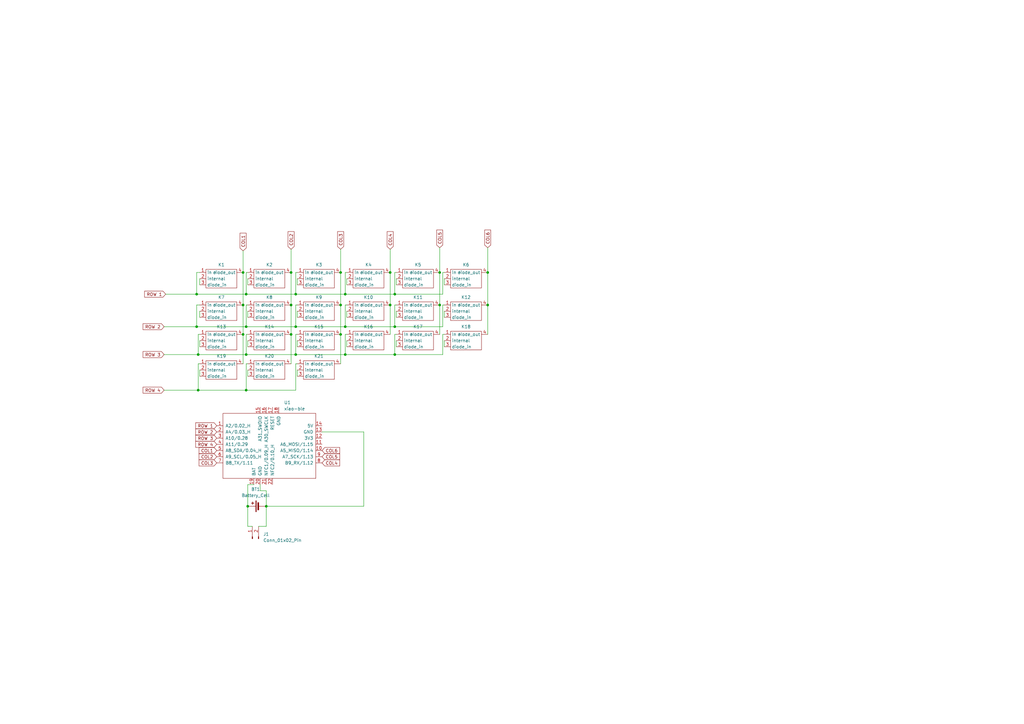
<source format=kicad_sch>
(kicad_sch (version 20230121) (generator eeschema)
  (paper "A3")
  (lib_symbols
    (symbol "Connector:Conn_01x02_Pin" (pin_names (offset 1.016) hide)
      (property "Reference" "J" (at 0 2.54 0))
      (property "Value" "Conn_01x02_Pin" (at 0 -5.08 0))
      (symbol "Conn_01x02_Pin_1_1"
        (polyline (pts (xy 1.27 -2.54) (xy 0.8636 -2.54)) (stroke (width 0.1524)))
        (polyline (pts (xy 1.27 0) (xy 0.8636 0)) (stroke (width 0.1524)))
        (rectangle (start 0.8636 -2.413) (end 0 -2.667) (stroke (width 0.1524)) (fill (type outline)))
        (rectangle (start 0.8636 0.127) (end 0 -0.127) (stroke (width 0.1524)) (fill (type outline)))
        (pin passive line (at 5.08 0 180) (length 3.81) (name "Pin_1") (number "1"))
        (pin passive line (at 5.08 -2.54 180) (length 3.81) (name "Pin_2") (number "2"))
      )
    )
    (symbol "Device:Battery_Cell" (pin_numbers hide) (pin_names (offset 0) hide)
      (property "Reference" "BT" (at 2.54 2.54 0))
      (property "Value" "Battery_Cell" (at 2.54 0 0))
      (symbol "Battery_Cell_0_1"
        (rectangle (start -2.286 1.778) (end 2.286 1.524) (fill (type outline)))
        (rectangle (start -1.524 1.016) (end 1.524 0.508) (fill (type outline)))
        (polyline (pts (xy 0 0.762) (xy 0 0)))
        (polyline (pts (xy 0 1.778) (xy 0 2.54)))
        (polyline (pts (xy 0.762 3.048) (xy 1.778 3.048)) (stroke (width 0.254)))
        (polyline (pts (xy 1.27 3.556) (xy 1.27 2.54)) (stroke (width 0.254)))
      )
      (symbol "Battery_Cell_1_1"
        (pin passive line (at 0 5.08 270) (length 2.54) (name "+") (number "1"))
        (pin passive line (at 0 -2.54 90) (length 2.54) (name "-") (number "2"))
      )
    )
    (symbol "PCM_openinput:keyboard_sw_w_diode"
      (property "Reference" "K" (at 0 8.89 0))
      (symbol "keyboard_sw_w_diode_0_1"
        (rectangle (start -2.54 6.35) (end 10.16 -1.27))
      )
      (symbol "keyboard_sw_w_diode_1_1"
        (pin input line (at -5.08 5.08 0) (length 2.54) (name "in") (number "1"))
        (pin input line (at -5.08 2.54 0) (length 2.54) (name "internal") (number "2"))
        (pin input line (at -5.08 0 0) (length 2.54) (name "diode_in") (number "3"))
        (pin input line (at 12.7 5.08 180) (length 2.54) (name "diode_out") (number "4"))
      )
    )
    (symbol "mcu:xiao-ble" (pin_names (offset 1.016))
      (property "Reference" "U" (at -17.78 16.51 0))
      (property "Value" "xiao-ble" (at -15.24 13.97 0))
      (symbol "xiao-ble_0_1"
        (rectangle (start -19.05 12.7) (end 19.05 -13.97))
      )
      (symbol "xiao-ble_1_1"
        (pin bidirectional line (at -21.59 7.62 0) (length 2.54) (name "A2/0.02_H") (number "1"))
        (pin bidirectional line (at 21.59 -2.54 180) (length 2.54) (name "A5_MISO/1.14") (number "10"))
        (pin bidirectional line (at 21.59 0 180) (length 2.54) (name "A6_MOSI/1.15") (number "11"))
        (pin power_out line (at 21.59 2.54 180) (length 2.54) (name "3V3") (number "12"))
        (pin power_out line (at 21.59 5.08 180) (length 2.54) (name "GND") (number "13"))
        (pin power_out line (at 21.59 7.62 180) (length 2.54) (name "5V") (number "14"))
        (pin input line (at -3.81 15.24 270) (length 2.54) (name "A31_SWDIO") (number "15"))
        (pin input line (at -1.27 15.24 270) (length 2.54) (name "A30_SWCLK") (number "16"))
        (pin input line (at 1.27 15.24 270) (length 2.54) (name "RESET") (number "17"))
        (pin power_out line (at 3.81 15.24 270) (length 2.54) (name "GND") (number "18"))
        (pin bidirectional line (at -6.35 -16.51 90) (length 2.54) (name "BAT") (number "19"))
        (pin bidirectional line (at -21.59 5.08 0) (length 2.54) (name "A4/0.03_H") (number "2"))
        (pin power_out line (at -3.81 -16.51 90) (length 2.54) (name "GND") (number "20"))
        (pin bidirectional line (at -1.27 -16.51 90) (length 2.54) (name "NFC1/0.09_H") (number "21"))
        (pin bidirectional line (at 1.27 -16.51 90) (length 2.54) (name "NFC2/0.10_H") (number "22"))
        (pin bidirectional line (at -21.59 2.54 0) (length 2.54) (name "A10/0.28") (number "3"))
        (pin bidirectional line (at -21.59 0 0) (length 2.54) (name "A11/0.29") (number "4"))
        (pin bidirectional line (at -21.59 -2.54 0) (length 2.54) (name "A8_SDA/0.04_H") (number "5"))
        (pin bidirectional line (at -21.59 -5.08 0) (length 2.54) (name "A9_SCL/0.05_H") (number "6"))
        (pin bidirectional line (at -21.59 -7.62 0) (length 2.54) (name "B8_TX/1.11") (number "7"))
        (pin bidirectional line (at 21.59 -7.62 180) (length 2.54) (name "B9_RX/1.12") (number "8"))
        (pin bidirectional line (at 21.59 -5.08 180) (length 2.54) (name "A7_SCK/1.13") (number "9"))
      )
    )
  )
  (junction (at 200.025 125.095))
  (junction (at 81.28 145.415))
  (junction (at 141.605 145.415))
  (junction (at 180.34 111.76))
  (junction (at 180.34 125.095))
  (junction (at 160.02 125.095))
  (junction (at 100.965 120.65))
  (junction (at 100.965 160.02))
  (junction (at 139.7 125.095))
  (junction (at 161.925 133.985))
  (junction (at 101.6 207.645))
  (junction (at 160.02 111.76))
  (junction (at 161.925 120.65))
  (junction (at 109.22 207.645))
  (junction (at 99.695 137.16))
  (junction (at 80.645 133.985))
  (junction (at 99.695 125.095))
  (junction (at 139.7 111.76))
  (junction (at 119.38 137.16))
  (junction (at 141.605 120.65))
  (junction (at 81.28 160.02))
  (junction (at 100.965 145.415))
  (junction (at 121.285 120.65))
  (junction (at 200.025 111.76))
  (junction (at 121.285 145.415))
  (junction (at 161.925 145.415))
  (junction (at 139.7 137.16))
  (junction (at 141.605 133.985))
  (junction (at 119.38 125.095))
  (junction (at 99.695 111.76))
  (junction (at 119.38 111.76))
  (junction (at 121.285 133.985))
  (junction (at 80.645 120.65))
  (junction (at 100.965 133.985))
  (wire (pts (xy 99.695 102.87) (xy 99.695 111.76)))
  (wire (pts (xy 161.925 145.415) (xy 161.925 137.16)))
  (wire (pts (xy 100.965 125.095) (xy 101.6 125.095)))
  (wire (pts (xy 121.285 145.415) (xy 141.605 145.415)))
  (wire (pts (xy 160.02 125.095) (xy 160.02 137.16)))
  (wire (pts (xy 100.965 149.225) (xy 101.6 149.225)))
  (wire (pts (xy 81.915 151.765) (xy 81.915 154.305)))
  (wire (pts (xy 80.645 133.985) (xy 100.965 133.985)))
  (wire (pts (xy 139.7 111.76) (xy 139.7 125.095)))
  (wire (pts (xy 121.285 125.095) (xy 121.92 125.095)))
  (wire (pts (xy 142.24 114.3) (xy 142.24 116.84)))
  (wire (pts (xy 81.28 160.02) (xy 81.28 149.225)))
  (wire (pts (xy 101.6 114.3) (xy 101.6 116.84)))
  (wire (pts (xy 100.965 160.02) (xy 100.965 149.225)))
  (wire (pts (xy 80.645 120.65) (xy 80.645 111.76)))
  (wire (pts (xy 121.285 133.985) (xy 141.605 133.985)))
  (wire (pts (xy 100.965 120.65) (xy 100.965 111.76)))
  (wire (pts (xy 161.925 120.65) (xy 161.925 111.76)))
  (wire (pts (xy 121.285 111.76) (xy 121.92 111.76)))
  (wire (pts (xy 101.6 139.7) (xy 101.6 142.24)))
  (wire (pts (xy 141.605 125.095) (xy 142.24 125.095)))
  (wire (pts (xy 182.245 127.635) (xy 182.245 130.175)))
  (wire (pts (xy 121.285 145.415) (xy 121.285 137.16)))
  (wire (pts (xy 160.02 111.76) (xy 160.02 125.095)))
  (wire (pts (xy 121.92 139.7) (xy 121.92 142.24)))
  (wire (pts (xy 180.34 101.6) (xy 180.34 111.76)))
  (wire (pts (xy 121.285 160.02) (xy 121.285 149.225)))
  (wire (pts (xy 141.605 120.65) (xy 161.925 120.65)))
  (wire (pts (xy 99.695 111.76) (xy 99.695 125.095)))
  (wire (pts (xy 142.24 127.635) (xy 142.24 130.175)))
  (wire (pts (xy 81.28 149.225) (xy 81.915 149.225)))
  (wire (pts (xy 100.965 145.415) (xy 100.965 137.16)))
  (wire (pts (xy 121.285 149.225) (xy 121.92 149.225)))
  (wire (pts (xy 100.965 120.65) (xy 121.285 120.65)))
  (wire (pts (xy 121.92 127.635) (xy 121.92 130.175)))
  (wire (pts (xy 161.925 111.76) (xy 162.56 111.76)))
  (wire (pts (xy 141.605 111.76) (xy 142.24 111.76)))
  (wire (pts (xy 101.6 215.9) (xy 101.6 207.645)))
  (wire (pts (xy 109.22 201.295) (xy 106.68 201.295)))
  (wire (pts (xy 67.31 160.02) (xy 81.28 160.02)))
  (wire (pts (xy 119.38 111.76) (xy 119.38 125.095)))
  (wire (pts (xy 81.915 139.7) (xy 81.915 142.24)))
  (wire (pts (xy 141.605 145.415) (xy 161.925 145.415)))
  (wire (pts (xy 162.56 139.7) (xy 162.56 142.24)))
  (wire (pts (xy 106.045 215.9) (xy 109.22 215.9)))
  (wire (pts (xy 121.285 120.65) (xy 121.285 111.76)))
  (wire (pts (xy 182.245 114.3) (xy 182.245 116.84)))
  (wire (pts (xy 121.285 120.65) (xy 141.605 120.65)))
  (wire (pts (xy 141.605 133.985) (xy 141.605 125.095)))
  (wire (pts (xy 141.605 133.985) (xy 161.925 133.985)))
  (wire (pts (xy 149.225 207.645) (xy 109.22 207.645)))
  (wire (pts (xy 103.505 215.9) (xy 101.6 215.9)))
  (wire (pts (xy 100.965 133.985) (xy 121.285 133.985)))
  (wire (pts (xy 181.61 137.16) (xy 182.245 137.16)))
  (wire (pts (xy 81.28 145.415) (xy 81.28 137.16)))
  (wire (pts (xy 106.68 201.295) (xy 106.68 198.755)))
  (wire (pts (xy 149.225 177.165) (xy 149.225 207.645)))
  (wire (pts (xy 200.025 125.095) (xy 200.025 137.16)))
  (wire (pts (xy 161.925 133.985) (xy 161.925 125.095)))
  (wire (pts (xy 109.22 215.9) (xy 109.22 207.645)))
  (wire (pts (xy 81.28 160.02) (xy 100.965 160.02)))
  (wire (pts (xy 81.28 145.415) (xy 100.965 145.415)))
  (wire (pts (xy 100.965 133.985) (xy 100.965 125.095)))
  (wire (pts (xy 81.915 114.3) (xy 81.915 116.84)))
  (wire (pts (xy 109.22 207.645) (xy 109.22 201.295)))
  (wire (pts (xy 101.6 198.755) (xy 101.6 207.645)))
  (wire (pts (xy 139.7 102.235) (xy 139.7 111.76)))
  (wire (pts (xy 119.38 125.095) (xy 119.38 137.16)))
  (wire (pts (xy 121.285 133.985) (xy 121.285 125.095)))
  (wire (pts (xy 181.61 145.415) (xy 181.61 137.16)))
  (wire (pts (xy 101.6 151.765) (xy 101.6 154.305)))
  (wire (pts (xy 104.14 198.755) (xy 101.6 198.755)))
  (wire (pts (xy 80.645 125.095) (xy 81.915 125.095)))
  (wire (pts (xy 100.965 137.16) (xy 101.6 137.16)))
  (wire (pts (xy 99.695 125.095) (xy 99.695 137.16)))
  (wire (pts (xy 142.24 139.7) (xy 142.24 142.24)))
  (wire (pts (xy 181.61 120.65) (xy 181.61 111.76)))
  (wire (pts (xy 67.31 145.415) (xy 81.28 145.415)))
  (wire (pts (xy 161.925 133.985) (xy 181.61 133.985)))
  (wire (pts (xy 119.38 137.16) (xy 119.38 149.225)))
  (wire (pts (xy 80.645 111.76) (xy 81.915 111.76)))
  (wire (pts (xy 101.6 127.635) (xy 101.6 130.175)))
  (wire (pts (xy 139.7 125.095) (xy 139.7 137.16)))
  (wire (pts (xy 162.56 127.635) (xy 162.56 130.175)))
  (wire (pts (xy 81.28 137.16) (xy 81.915 137.16)))
  (wire (pts (xy 200.025 101.6) (xy 200.025 111.76)))
  (wire (pts (xy 161.925 137.16) (xy 162.56 137.16)))
  (wire (pts (xy 181.61 133.985) (xy 181.61 125.095)))
  (wire (pts (xy 181.61 111.76) (xy 182.245 111.76)))
  (wire (pts (xy 121.92 151.765) (xy 121.92 154.305)))
  (wire (pts (xy 180.34 125.095) (xy 180.34 137.16)))
  (wire (pts (xy 141.605 145.415) (xy 141.605 137.16)))
  (wire (pts (xy 100.965 160.02) (xy 121.285 160.02)))
  (wire (pts (xy 162.56 114.3) (xy 162.56 116.84)))
  (wire (pts (xy 121.92 114.3) (xy 121.92 116.84)))
  (wire (pts (xy 161.925 145.415) (xy 181.61 145.415)))
  (wire (pts (xy 100.965 145.415) (xy 121.285 145.415)))
  (wire (pts (xy 100.965 111.76) (xy 101.6 111.76)))
  (wire (pts (xy 160.02 102.235) (xy 160.02 111.76)))
  (wire (pts (xy 161.925 120.65) (xy 181.61 120.65)))
  (wire (pts (xy 161.925 125.095) (xy 162.56 125.095)))
  (wire (pts (xy 132.08 177.165) (xy 149.225 177.165)))
  (wire (pts (xy 67.31 133.985) (xy 80.645 133.985)))
  (wire (pts (xy 139.7 137.16) (xy 139.7 149.225)))
  (wire (pts (xy 80.645 133.985) (xy 80.645 125.095)))
  (wire (pts (xy 99.695 137.16) (xy 99.695 149.225)))
  (wire (pts (xy 141.605 137.16) (xy 142.24 137.16)))
  (wire (pts (xy 200.025 111.76) (xy 200.025 125.095)))
  (wire (pts (xy 81.915 127.635) (xy 81.915 130.175)))
  (wire (pts (xy 80.645 120.65) (xy 100.965 120.65)))
  (wire (pts (xy 141.605 120.65) (xy 141.605 111.76)))
  (wire (pts (xy 182.245 139.7) (xy 182.245 142.24)))
  (wire (pts (xy 121.285 137.16) (xy 121.92 137.16)))
  (wire (pts (xy 67.945 120.65) (xy 80.645 120.65)))
  (wire (pts (xy 119.38 102.235) (xy 119.38 111.76)))
  (wire (pts (xy 181.61 125.095) (xy 182.245 125.095)))
  (wire (pts (xy 180.34 111.76) (xy 180.34 125.095)))
  (global_label "COL3" (shape input) (at 88.9 189.865 180) (property "Intersheetrefs" "${INTERSHEET_REFS}" (effects hide)))
  (global_label "ROW 1" (shape input) (at 67.945 120.65 180) (property "Intersheetrefs" "${INTERSHEET_REFS}" (effects hide)))
  (global_label "COL2" (shape input) (at 119.38 102.235 90) (property "Intersheetrefs" "${INTERSHEET_REFS}" (effects hide)))
  (global_label "ROW 4" (shape input) (at 67.31 160.02 180) (property "Intersheetrefs" "${INTERSHEET_REFS}" (effects hide)))
  (global_label "COL1" (shape input) (at 88.9 184.785 180) (property "Intersheetrefs" "${INTERSHEET_REFS}" (effects hide)))
  (global_label "ROW 3" (shape input) (at 67.31 145.415 180) (property "Intersheetrefs" "${INTERSHEET_REFS}" (effects hide)))
  (global_label "COL6" (shape input) (at 200.025 101.6 90) (property "Intersheetrefs" "${INTERSHEET_REFS}" (effects hide)))
  (global_label "COL4" (shape input) (at 160.02 102.235 90) (property "Intersheetrefs" "${INTERSHEET_REFS}" (effects hide)))
  (global_label "ROW 2" (shape input) (at 67.31 133.985 180) (property "Intersheetrefs" "${INTERSHEET_REFS}" (effects hide)))
  (global_label "COL4" (shape input) (at 132.08 189.865 0) (property "Intersheetrefs" "${INTERSHEET_REFS}" (effects hide)))
  (global_label "COL2" (shape input) (at 88.9 187.325 180) (property "Intersheetrefs" "${INTERSHEET_REFS}" (effects hide)))
  (global_label "ROW 2" (shape input) (at 88.9 177.165 180) (property "Intersheetrefs" "${INTERSHEET_REFS}" (effects hide)))
  (global_label "ROW 1" (shape input) (at 88.9 174.625 180) (property "Intersheetrefs" "${INTERSHEET_REFS}" (effects hide)))
  (global_label "COL3" (shape input) (at 139.7 102.235 90) (property "Intersheetrefs" "${INTERSHEET_REFS}" (effects hide)))
  (global_label "COL5" (shape input) (at 180.34 101.6 90) (property "Intersheetrefs" "${INTERSHEET_REFS}" (effects hide)))
  (global_label "ROW 3" (shape input) (at 88.9 179.705 180) (property "Intersheetrefs" "${INTERSHEET_REFS}" (effects hide)))
  (global_label "COL6" (shape input) (at 132.08 184.785 0) (property "Intersheetrefs" "${INTERSHEET_REFS}" (effects hide)))
  (global_label "COL5" (shape input) (at 132.08 187.325 0) (property "Intersheetrefs" "${INTERSHEET_REFS}" (effects hide)))
  (global_label "ROW 4" (shape input) (at 88.9 182.245 180) (property "Intersheetrefs" "${INTERSHEET_REFS}" (effects hide)))
  (global_label "COL1" (shape input) (at 99.695 102.87 90) (property "Intersheetrefs" "${INTERSHEET_REFS}" (effects hide)))
  (symbol (lib_id "Connector:Conn_01x02_Pin") (at 103.505 220.98 90) (unit 1)
    (property "Reference" "J1" (at 107.95 219.075 90) (effects (justify right)))
    (property "Value" "Conn_01x02_Pin" (at 107.95 221.615 90) (effects (justify right)))
    (property "Footprint" "Connector_Hirose:Hirose_DF13-02P-1.25DSA_1x02_P1.25mm_Vertical" (effects hide))
  )
  (symbol (lib_id "PCM_openinput:keyboard_sw_w_diode") (at 187.325 130.175 0) (unit 1)
    (property "Reference" "K12" (at 191.135 121.92 0))
    (property "Value" "~" (at 188.595 125.095 0))
    (property "Footprint" "key-switches.pretty-0.9.0:SW_Gateron_LowProfile_THT_wdiode_both_sides" (effects hide))
    (property "LCSC" "C2919016" (effects hide))
  )
  (symbol (lib_id "PCM_openinput:keyboard_sw_w_diode") (at 106.68 116.84 0) (unit 1)
    (property "Reference" "K2" (at 110.49 108.585 0))
    (property "Value" "~" (at 107.95 111.76 0))
    (property "Footprint" "key-switches.pretty-0.9.0:SW_Gateron_LowProfile_THT_wdiode_both_sides" (effects hide))
    (property "LCSC" "C2919016" (effects hide))
  )
  (symbol (lib_id "PCM_openinput:keyboard_sw_w_diode") (at 106.68 142.24 0) (unit 1)
    (property "Reference" "K14" (at 110.49 133.985 0))
    (property "Value" "~" (at 107.95 137.16 0))
    (property "Footprint" "key-switches.pretty-0.9.0:SW_Gateron_LowProfile_THT_wdiode_both_sides" (effects hide))
    (property "LCSC" "C2919016" (effects hide))
  )
  (symbol (lib_id "PCM_openinput:keyboard_sw_w_diode") (at 106.68 130.175 0) (unit 1)
    (property "Reference" "K8" (at 110.49 121.92 0))
    (property "Value" "~" (at 107.95 125.095 0))
    (property "Footprint" "key-switches.pretty-0.9.0:SW_Gateron_LowProfile_THT_wdiode_both_sides" (effects hide))
    (property "LCSC" "C2919016" (effects hide))
  )
  (symbol (lib_id "PCM_openinput:keyboard_sw_w_diode") (at 147.32 142.24 0) (unit 1)
    (property "Reference" "K16" (at 151.13 133.985 0))
    (property "Value" "~" (at 148.59 137.16 0))
    (property "Footprint" "key-switches.pretty-0.9.0:SW_Gateron_LowProfile_THT_wdiode_both_sides" (effects hide))
    (property "LCSC" "C2919016" (effects hide))
  )
  (symbol (lib_id "PCM_openinput:keyboard_sw_w_diode") (at 86.995 116.84 0) (unit 1)
    (property "Reference" "K1" (at 90.805 108.585 0))
    (property "Value" "~" (at 88.265 111.76 0))
    (property "Footprint" "key-switches.pretty-0.9.0:SW_Gateron_LowProfile_THT_wdiode_both_sides" (effects hide))
    (property "LCSC" "C2919016" (effects hide))
  )
  (symbol (lib_id "PCM_openinput:keyboard_sw_w_diode") (at 167.64 142.24 0) (unit 1)
    (property "Reference" "K17" (at 171.45 133.985 0))
    (property "Value" "~" (at 168.91 137.16 0))
    (property "Footprint" "key-switches.pretty-0.9.0:SW_Gateron_LowProfile_THT_wdiode_both_sides" (effects hide))
    (property "LCSC" "C2919016" (effects hide))
  )
  (symbol (lib_id "PCM_openinput:keyboard_sw_w_diode") (at 167.64 130.175 0) (unit 1)
    (property "Reference" "K11" (at 171.45 121.92 0))
    (property "Value" "~" (at 168.91 125.095 0))
    (property "Footprint" "key-switches.pretty-0.9.0:SW_Gateron_LowProfile_THT_wdiode_both_sides" (effects hide))
    (property "LCSC" "C2919016" (effects hide))
  )
  (symbol (lib_id "PCM_openinput:keyboard_sw_w_diode") (at 187.325 116.84 0) (unit 1)
    (property "Reference" "K6" (at 191.135 108.585 0))
    (property "Value" "~" (at 188.595 111.76 0))
    (property "Footprint" "key-switches.pretty-0.9.0:SW_Gateron_LowProfile_THT_wdiode_both_sides" (effects hide))
    (property "LCSC" "C2919016" (effects hide))
  )
  (symbol (lib_id "PCM_openinput:keyboard_sw_w_diode") (at 86.995 142.24 0) (unit 1)
    (property "Reference" "K13" (at 90.805 133.985 0))
    (property "Value" "~" (at 88.265 137.16 0))
    (property "Footprint" "key-switches.pretty-0.9.0:SW_Gateron_LowProfile_THT_wdiode_both_sides" (effects hide))
    (property "LCSC" "C2919016" (effects hide))
  )
  (symbol (lib_id "mcu:xiao-ble") (at 110.49 182.245 0) (unit 1)
    (property "Reference" "U1" (at 116.4941 165.1 0) (effects (justify left)))
    (property "Value" "xiao-ble" (at 116.4941 167.64 0) (effects (justify left)))
    (property "Footprint" "mcu:xiao-ble-smd" (effects hide))
  )
  (symbol (lib_id "PCM_openinput:keyboard_sw_w_diode") (at 147.32 130.175 0) (unit 1)
    (property "Reference" "K10" (at 151.13 121.92 0))
    (property "Value" "~" (at 148.59 125.095 0))
    (property "Footprint" "key-switches.pretty-0.9.0:SW_Gateron_LowProfile_THT_wdiode_both_sides" (effects hide))
    (property "LCSC" "C2919016" (effects hide))
  )
  (symbol (lib_id "Device:Battery_Cell") (at 106.68 207.645 90) (unit 1)
    (property "Reference" "BT1" (at 104.8385 200.66 90))
    (property "Value" "Battery_Cell" (at 104.8385 203.2 90))
    (property "Footprint" "Library:mybatteryholder" (effects hide))
    (property "LCSC" "C964792" (effects hide))
  )
  (symbol (lib_id "PCM_openinput:keyboard_sw_w_diode") (at 147.32 116.84 0) (unit 1)
    (property "Reference" "K4" (at 151.13 108.585 0))
    (property "Value" "~" (at 148.59 111.76 0))
    (property "Footprint" "key-switches.pretty-0.9.0:SW_Gateron_LowProfile_THT_wdiode_both_sides" (effects hide))
    (property "LCSC" "C2919016" (effects hide))
  )
  (symbol (lib_id "PCM_openinput:keyboard_sw_w_diode") (at 86.995 154.305 0) (unit 1)
    (property "Reference" "K19" (at 90.805 146.05 0))
    (property "Value" "~" (at 88.265 149.225 0))
    (property "Footprint" "key-switches.pretty-0.9.0:SW_Gateron_LowProfile_THT_wdiode_both_sides" (effects hide))
    (property "LCSC" "C2919016" (effects hide))
  )
  (symbol (lib_id "PCM_openinput:keyboard_sw_w_diode") (at 86.995 130.175 0) (unit 1)
    (property "Reference" "K7" (at 90.805 121.92 0))
    (property "Value" "~" (at 88.265 125.095 0))
    (property "Footprint" "key-switches.pretty-0.9.0:SW_Gateron_LowProfile_THT_wdiode_both_sides" (effects hide))
    (property "LCSC" "C2919016" (effects hide))
  )
  (symbol (lib_id "PCM_openinput:keyboard_sw_w_diode") (at 127 142.24 0) (unit 1)
    (property "Reference" "K15" (at 130.81 133.985 0))
    (property "Value" "~" (at 128.27 137.16 0))
    (property "Footprint" "key-switches.pretty-0.9.0:SW_Gateron_LowProfile_THT_wdiode_both_sides" (effects hide))
    (property "LCSC" "C2919016" (effects hide))
  )
  (symbol (lib_id "PCM_openinput:keyboard_sw_w_diode") (at 127 154.305 0) (unit 1)
    (property "Reference" "K21" (at 130.81 146.05 0))
    (property "Value" "~" (at 128.27 149.225 0))
    (property "Footprint" "key-switches.pretty-0.9.0:SW_Gateron_LowProfile_THT_wdiode_both_sides" (effects hide))
    (property "LCSC" "C2919016" (effects hide))
  )
  (symbol (lib_id "PCM_openinput:keyboard_sw_w_diode") (at 127 116.84 0) (unit 1)
    (property "Reference" "K3" (at 130.81 108.585 0))
    (property "Value" "~" (at 128.27 111.76 0))
    (property "Footprint" "key-switches.pretty-0.9.0:SW_Gateron_LowProfile_THT_wdiode_both_sides" (effects hide))
    (property "LCSC" "C2919016" (effects hide))
  )
  (symbol (lib_id "PCM_openinput:keyboard_sw_w_diode") (at 167.64 116.84 0) (unit 1)
    (property "Reference" "K5" (at 171.45 108.585 0))
    (property "Value" "~" (at 168.91 111.76 0))
    (property "Footprint" "key-switches.pretty-0.9.0:SW_Gateron_LowProfile_THT_wdiode_both_sides" (effects hide))
    (property "LCSC" "C2919016" (effects hide))
  )
  (symbol (lib_id "PCM_openinput:keyboard_sw_w_diode") (at 127 130.175 0) (unit 1)
    (property "Reference" "K9" (at 130.81 121.92 0))
    (property "Value" "~" (at 128.27 125.095 0))
    (property "Footprint" "key-switches.pretty-0.9.0:SW_Gateron_LowProfile_THT_wdiode_both_sides" (effects hide))
    (property "LCSC" "C2919016" (effects hide))
  )
  (symbol (lib_id "PCM_openinput:keyboard_sw_w_diode") (at 187.325 142.24 0) (unit 1)
    (property "Reference" "K18" (at 191.135 133.985 0))
    (property "Value" "~" (at 188.595 137.16 0))
    (property "Footprint" "key-switches.pretty-0.9.0:SW_Gateron_LowProfile_THT_wdiode_both_sides" (effects hide))
    (property "LCSC" "C2919016" (effects hide))
  )
  (symbol (lib_id "PCM_openinput:keyboard_sw_w_diode") (at 106.68 154.305 0) (unit 1)
    (property "Reference" "K20" (at 110.49 146.05 0))
    (property "Value" "~" (at 107.95 149.225 0))
    (property "Footprint" "key-switches.pretty-0.9.0:SW_Gateron_LowProfile_THT_wdiode_both_sides" (effects hide))
    (property "LCSC" "C2919016" (effects hide))
  )
)
</source>
